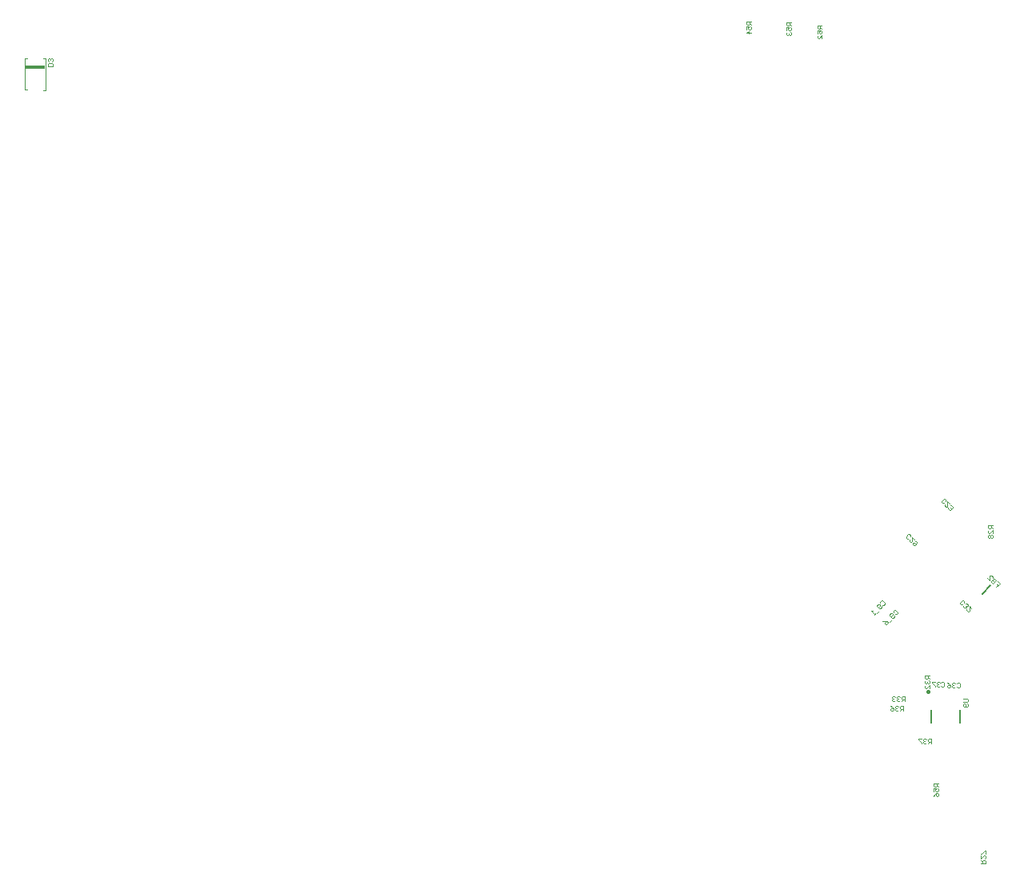
<source format=gbo>
G04*
G04 #@! TF.GenerationSoftware,Altium Limited,Altium Designer,22.5.1 (42)*
G04*
G04 Layer_Color=32896*
%FSLAX25Y25*%
%MOIN*%
G70*
G04*
G04 #@! TF.SameCoordinates,F388C647-0276-4BD7-974E-F153A5A87125*
G04*
G04*
G04 #@! TF.FilePolarity,Positive*
G04*
G01*
G75*
%ADD11C,0.00787*%
%ADD12C,0.00394*%
%ADD13C,0.00591*%
%ADD14C,0.01181*%
%ADD102R,0.08386X0.01575*%
D11*
X654159Y201567D02*
X654159Y196055D01*
X666262D02*
Y201567D01*
D12*
X283977Y473209D02*
X285080Y473209D01*
Y460020D02*
Y473209D01*
X284016Y460020D02*
X285080D01*
X276575Y473248D02*
X277520D01*
X276497Y473169D02*
X276575Y473248D01*
X276497Y473169D02*
X276497Y467539D01*
X276497Y460295D01*
X276654Y460138D01*
X277599D01*
X657086Y170833D02*
X655118D01*
Y169849D01*
X655446Y169521D01*
X656102D01*
X656430Y169849D01*
Y170833D01*
Y170176D02*
X657086Y169521D01*
X655118Y167553D02*
Y168865D01*
X656102D01*
X655774Y168209D01*
Y167881D01*
X656102Y167553D01*
X656758D01*
X657086Y167881D01*
Y168537D01*
X656758Y168865D01*
X655118Y165585D02*
X655446Y166241D01*
X656102Y166897D01*
X656758D01*
X657086Y166569D01*
Y165913D01*
X656758Y165585D01*
X656430D01*
X656102Y165913D01*
Y166897D01*
X579134Y488647D02*
X577166D01*
Y487664D01*
X577494Y487335D01*
X578150D01*
X578478Y487664D01*
Y488647D01*
Y487992D02*
X579134Y487335D01*
X577166Y485368D02*
Y486680D01*
X578150D01*
X577822Y486024D01*
Y485696D01*
X578150Y485368D01*
X578806D01*
X579134Y485696D01*
Y486352D01*
X578806Y486680D01*
X579134Y483728D02*
X577166D01*
X578150Y484712D01*
Y483400D01*
X595866Y488155D02*
X593898D01*
Y487171D01*
X594226Y486843D01*
X594882D01*
X595210Y487171D01*
Y488155D01*
Y487499D02*
X595866Y486843D01*
X593898Y484875D02*
Y486187D01*
X594882D01*
X594554Y485532D01*
Y485204D01*
X594882Y484875D01*
X595538D01*
X595866Y485204D01*
Y485859D01*
X595538Y486187D01*
X594226Y484220D02*
X593898Y483892D01*
Y483236D01*
X594226Y482908D01*
X594554D01*
X594882Y483236D01*
Y483564D01*
Y483236D01*
X595210Y482908D01*
X595538D01*
X595866Y483236D01*
Y483892D01*
X595538Y484220D01*
X608618Y486876D02*
X606650D01*
Y485892D01*
X606978Y485564D01*
X607634D01*
X607962Y485892D01*
Y486876D01*
Y486220D02*
X608618Y485564D01*
X606650Y483596D02*
Y484908D01*
X607634D01*
X607306Y484252D01*
Y483924D01*
X607634Y483596D01*
X608290D01*
X608618Y483924D01*
Y484580D01*
X608290Y484908D01*
X608618Y481628D02*
Y482940D01*
X607306Y481628D01*
X606978D01*
X606650Y481956D01*
Y482612D01*
X606978Y482940D01*
X667447Y206069D02*
X669087D01*
X669415Y205741D01*
Y205085D01*
X669087Y204757D01*
X667447D01*
X669087Y204101D02*
X669415Y203773D01*
Y203117D01*
X669087Y202789D01*
X667775D01*
X667447Y203117D01*
Y203773D01*
X667775Y204101D01*
X668103D01*
X668431Y203773D01*
Y202789D01*
X654100Y187697D02*
Y189665D01*
X653116D01*
X652788Y189337D01*
Y188681D01*
X653116Y188353D01*
X654100D01*
X653444D02*
X652788Y187697D01*
X652132Y189337D02*
X651804Y189665D01*
X651148D01*
X650820Y189337D01*
Y189009D01*
X651148Y188681D01*
X651476D01*
X651148D01*
X650820Y188353D01*
Y188025D01*
X651148Y187697D01*
X651804D01*
X652132Y188025D01*
X650165Y189665D02*
X648853D01*
Y189337D01*
X650165Y188025D01*
Y187697D01*
X642486Y201280D02*
Y203248D01*
X641502D01*
X641174Y202920D01*
Y202264D01*
X641502Y201936D01*
X642486D01*
X641830D02*
X641174Y201280D01*
X640518Y202920D02*
X640190Y203248D01*
X639534D01*
X639206Y202920D01*
Y202592D01*
X639534Y202264D01*
X639862D01*
X639534D01*
X639206Y201936D01*
Y201608D01*
X639534Y201280D01*
X640190D01*
X640518Y201608D01*
X637238Y203248D02*
X637894Y202920D01*
X638550Y202264D01*
Y201608D01*
X638222Y201280D01*
X637566D01*
X637238Y201608D01*
Y201936D01*
X637566Y202264D01*
X638550D01*
X643077Y205217D02*
Y207185D01*
X642093D01*
X641765Y206857D01*
Y206201D01*
X642093Y205873D01*
X643077D01*
X642421D02*
X641765Y205217D01*
X641109Y206857D02*
X640781Y207185D01*
X640125D01*
X639797Y206857D01*
Y206529D01*
X640125Y206201D01*
X640453D01*
X640125D01*
X639797Y205873D01*
Y205545D01*
X640125Y205217D01*
X640781D01*
X641109Y205545D01*
X639141Y206857D02*
X638813Y207185D01*
X638157D01*
X637829Y206857D01*
Y206529D01*
X638157Y206201D01*
X638485D01*
X638157D01*
X637829Y205873D01*
Y205545D01*
X638157Y205217D01*
X638813D01*
X639141Y205545D01*
X653444Y215911D02*
X651477D01*
Y214927D01*
X651805Y214599D01*
X652461D01*
X652789Y214927D01*
Y215911D01*
Y215255D02*
X653444Y214599D01*
X651805Y213943D02*
X651477Y213615D01*
Y212959D01*
X651805Y212631D01*
X652133D01*
X652461Y212959D01*
Y213287D01*
Y212959D01*
X652789Y212631D01*
X653117D01*
X653444Y212959D01*
Y213615D01*
X653117Y213943D01*
X653444Y210664D02*
Y211976D01*
X652133Y210664D01*
X651805D01*
X651477Y210992D01*
Y211648D01*
X651805Y211976D01*
X679724Y278608D02*
X677756D01*
Y277624D01*
X678084Y277296D01*
X678740D01*
X679068Y277624D01*
Y278608D01*
Y277952D02*
X679724Y277296D01*
Y275328D02*
Y276640D01*
X678412Y275328D01*
X678084D01*
X677756Y275656D01*
Y276312D01*
X678084Y276640D01*
Y274672D02*
X677756Y274344D01*
Y273688D01*
X678084Y273360D01*
X678412D01*
X678740Y273688D01*
X679068Y273360D01*
X679396D01*
X679724Y273688D01*
Y274344D01*
X679396Y274672D01*
X679068D01*
X678740Y274344D01*
X678412Y274672D01*
X678084D01*
X678740Y274344D02*
Y273688D01*
X674705Y137534D02*
X676673D01*
Y138518D01*
X676345Y138846D01*
X675689D01*
X675361Y138518D01*
Y137534D01*
Y138190D02*
X674705Y138846D01*
Y140813D02*
Y139502D01*
X676017Y140813D01*
X676345D01*
X676673Y140486D01*
Y139830D01*
X676345Y139502D01*
X676673Y141469D02*
Y142781D01*
X676345D01*
X675033Y141469D01*
X674705D01*
X681742Y255083D02*
X682669Y254155D01*
X681973Y253460D01*
X681510Y253924D01*
X681973Y253460D01*
X681278Y252764D01*
Y255547D02*
X679886Y254155D01*
X679190Y254851D01*
Y255315D01*
X679422Y255547D01*
X679886D01*
X680582Y254851D01*
X679886Y255547D01*
Y256011D01*
X680118Y256243D01*
X680582D01*
X681278Y255547D01*
X677567Y256474D02*
X678495Y255547D01*
Y257402D01*
X678727Y257634D01*
X679190D01*
X679654Y257170D01*
Y256706D01*
X658300Y212861D02*
X658628Y213189D01*
X659284D01*
X659612Y212861D01*
Y211549D01*
X659284Y211221D01*
X658628D01*
X658300Y211549D01*
X657644Y212861D02*
X657316Y213189D01*
X656660D01*
X656332Y212861D01*
Y212533D01*
X656660Y212205D01*
X656988D01*
X656660D01*
X656332Y211877D01*
Y211549D01*
X656660Y211221D01*
X657316D01*
X657644Y211549D01*
X655676Y213189D02*
X654364D01*
Y212861D01*
X655676Y211549D01*
Y211221D01*
X664723Y212565D02*
X665051Y212893D01*
X665707D01*
X666035Y212565D01*
Y211253D01*
X665707Y210926D01*
X665051D01*
X664723Y211253D01*
X664067Y212565D02*
X663739Y212893D01*
X663083D01*
X662755Y212565D01*
Y212237D01*
X663083Y211909D01*
X663411D01*
X663083D01*
X662755Y211581D01*
Y211253D01*
X663083Y210926D01*
X663739D01*
X664067Y211253D01*
X660787Y212893D02*
X661443Y212565D01*
X662099Y211909D01*
Y211253D01*
X661771Y210926D01*
X661115D01*
X660787Y211253D01*
Y211581D01*
X661115Y211909D01*
X662099D01*
X667014Y245444D02*
X666550Y245444D01*
X666086Y245908D01*
X666086Y246372D01*
X667014Y247299D01*
X667478D01*
X667942Y246836D01*
Y246372D01*
X667478Y244980D02*
X667478Y244516D01*
X667942Y244053D01*
X668405D01*
X668637Y244285D01*
Y244748D01*
X668405Y244980D01*
X668637Y244748D01*
X669101D01*
X669333Y244980D01*
Y245444D01*
X668869Y245908D01*
X668405D01*
X670957Y243821D02*
X670029Y244748D01*
Y242893D01*
X669797Y242661D01*
X669333D01*
X668869Y243125D01*
Y243589D01*
X644573Y272905D02*
X644109Y272905D01*
X643645Y273369D01*
X643645Y273832D01*
X644573Y274760D01*
X645037D01*
X645501Y274296D01*
Y273832D01*
X647124Y272673D02*
X646197Y273601D01*
Y271745D01*
X645965Y271513D01*
X645501D01*
X645037Y271977D01*
X645037Y272441D01*
X647356Y271977D02*
X647820D01*
X648284Y271513D01*
Y271049D01*
X647356Y270122D01*
X646892D01*
X646428Y270586D01*
Y271049D01*
X646660Y271281D01*
X647124D01*
X647820Y270586D01*
X659337Y287767D02*
X658873Y287767D01*
X658409Y288231D01*
X658409Y288695D01*
X659337Y289622D01*
X659801D01*
X660264Y289158D01*
Y288695D01*
X661888Y287535D02*
X660960Y288463D01*
Y286607D01*
X660728Y286375D01*
X660264D01*
X659801Y286839D01*
X659801Y287303D01*
X661192Y285912D02*
Y285448D01*
X661656Y284984D01*
X662120D01*
X662352Y285216D01*
Y285680D01*
X662120Y285912D01*
X662352Y285680D01*
X662816D01*
X663048Y285912D01*
Y286375D01*
X662584Y286839D01*
X662120D01*
X288150Y470014D02*
X286182D01*
Y470998D01*
X286510Y471326D01*
X287822D01*
X288150Y470998D01*
Y470014D01*
X287822Y471981D02*
X288150Y472309D01*
Y472965D01*
X287822Y473293D01*
X287494D01*
X287166Y472965D01*
Y472638D01*
Y472965D01*
X286838Y473293D01*
X286510D01*
X286182Y472965D01*
Y472309D01*
X286510Y471981D01*
X638347Y242361D02*
X638347Y242825D01*
X638811Y243288D01*
X639274Y243288D01*
X640202Y242361D01*
Y241897D01*
X639738Y241433D01*
X639274D01*
X638811Y240969D02*
Y240505D01*
X638347Y240041D01*
X637883D01*
X636955Y240969D01*
Y241433D01*
X637419Y241897D01*
X637883Y241897D01*
X638115Y241665D01*
Y241201D01*
X637419Y240505D01*
X637883Y239114D02*
X636955Y238186D01*
X633940Y238418D02*
X634636Y238650D01*
X635564Y238650D01*
X636028Y238186D01*
Y237722D01*
X635564Y237259D01*
X635100D01*
X634868Y237491D01*
Y237954D01*
X635564Y238650D01*
X632898Y246164D02*
X632898Y246628D01*
X633362Y247092D01*
X633826Y247092D01*
X634754Y246164D01*
Y245700D01*
X634290Y245236D01*
X633826D01*
X633362Y244773D02*
Y244309D01*
X632898Y243845D01*
X632435D01*
X631507Y244773D01*
Y245236D01*
X631971Y245700D01*
X632435Y245700D01*
X632666Y245468D01*
Y245005D01*
X631971Y244309D01*
X632435Y242917D02*
X631507Y241990D01*
X630811Y241758D02*
X630347Y241294D01*
X630579Y241526D01*
X629188Y242917D01*
X629651Y242917D01*
D13*
X675356Y249888D02*
X678905Y253438D01*
D14*
X652658Y208760D02*
X653182D01*
Y209285D01*
X652658D01*
Y208760D01*
D102*
X280847Y469389D02*
D03*
M02*

</source>
